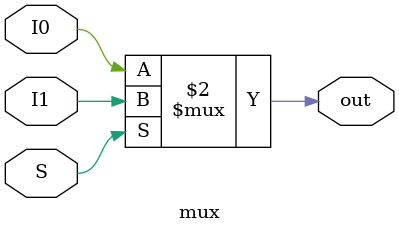
<source format=v>
module testbench;

reg [127:0] a, b;
wire [127:0] s;
wire c_out;

stormbreaker_adder uut (.s(s), .c_out(c_out), .a(a), .b(b));

initial begin
	a <= 128'b0;
	b <= 128'b0;
	
	$monitor("a=%d, b=%d, s=%d, c_out=%d", a, b, s, c_out);
	
	#10;
	a <= 128'd127;
	b <= 128'd45;
	#10;
	a <= 128'd27;
	b <= 128'd4;
end

endmodule

// STORMBREAKER ADDER

module stormbreaker_adder (s, c_out, a, b);

input [127:0] a, b;
output [127:0] s;
output c_out;

parameter k = 16;

genvar i;

wire [(128/k)-1:0] c_out_temp;
wire [(128/k)-1:0] c_in_temp;
wire [(128/k)-1:0] p;

generate
	
	for (i = 0; i < 128/k; i = i + 1) begin
		if (i == 0)	begin		
			full_adder #(.k(k)) uut_adder(.s(s[((i+1)*k)-1:i*k]), .c_out(c_out_temp[i]), .a(a[((i+1)*k)-1:i*k]), .b(b[((i+1)*k)-1:i*k]), .c_in(1'b0));
			P #(.k(k)) uut_p(.p(p[i]), .a(a[((i+1)*k)-1:i*k]), .b(b[((i+1)*k)-1:i*k]));
			mux uut_mux(.out(c_in_temp[i]), .S(p[i]), .I0(c_out_temp[i]), .I1(1'b0));
		end
		else begin
			full_adder #(.k(k)) uut_adder(.s(s[((i+1)*k)-1:i*k]), .c_out(c_out_temp[i]), .a(a[((i+1)*k)-1:i*k]), .b(b[((i+1)*k)-1:i*k]), .c_in(c_in_temp[i-1]));
			P #(.k(k)) uut_p(.p(p[i]), .a(a[((i+1)*k)-1:i*k]), .b(b[((i+1)*k)-1:i*k]));
			mux uut_mux(.out(c_in_temp[i]), .S(p[i]), .I0(c_out_temp[i]), .I1(c_in_temp[i-1]));
		end
	end

endgenerate

assign c_out = c_in_temp[(128/k)-1];

endmodule

// P module
module P (p, a, b);

parameter k = 16;
input [k-1:0] a, b;
output reg p;

integer i;

always @ (*) begin
	p = 1'b1;
	for (i=0; i < k; i = i + 1) begin
		p = p && (a[i]^b[i]);
	end
end

endmodule


// FULL ADDER

module full_adder (s, c_out, a, b, c_in);

parameter k = 32;
output [k-1:0] s;
output c_out;

input [k-1:0] a, b;
input c_in;

wire [k-1:0] c_out_temp;

genvar i;

generate
    for (i = 0; i < k; i = i + 1) begin
        if (i == 0)
            simple_full_adder uut (.s(s[i]), .c_out(c_out_temp[i]), .a(a[i]), .b(b[i]), .c_in(c_in));
        else
            simple_full_adder uut (.s(s[i]), .c_out(c_out_temp[i]), .a(a[i]), .b(b[i]), .c_in(c_out_temp[i-1]));
    end
endgenerate

assign c_out = c_out_temp[k-1];

endmodule

// SIMPLE ADDER

module simple_full_adder(s, c_out, a, b, c_in);

output s, c_out;
input a, b, c_in;

assign {c_out, s} = a + b + c_in;

endmodule

// MULTIPLEXOR

module mux (out, S, I0, I1);

input I0, I1;
input S;

output out;

assign out = S ? I1 : I0;

endmodule

</source>
